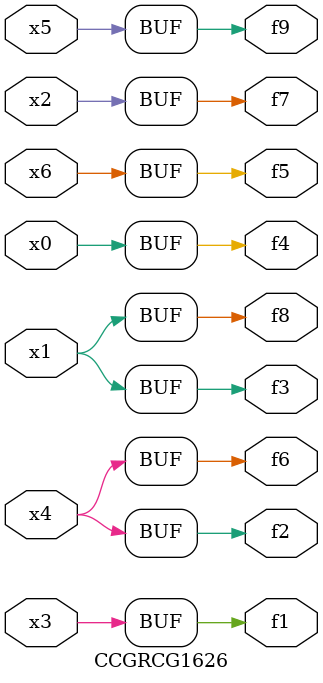
<source format=v>
module CCGRCG1626(
	input x0, x1, x2, x3, x4, x5, x6,
	output f1, f2, f3, f4, f5, f6, f7, f8, f9
);
	assign f1 = x3;
	assign f2 = x4;
	assign f3 = x1;
	assign f4 = x0;
	assign f5 = x6;
	assign f6 = x4;
	assign f7 = x2;
	assign f8 = x1;
	assign f9 = x5;
endmodule

</source>
